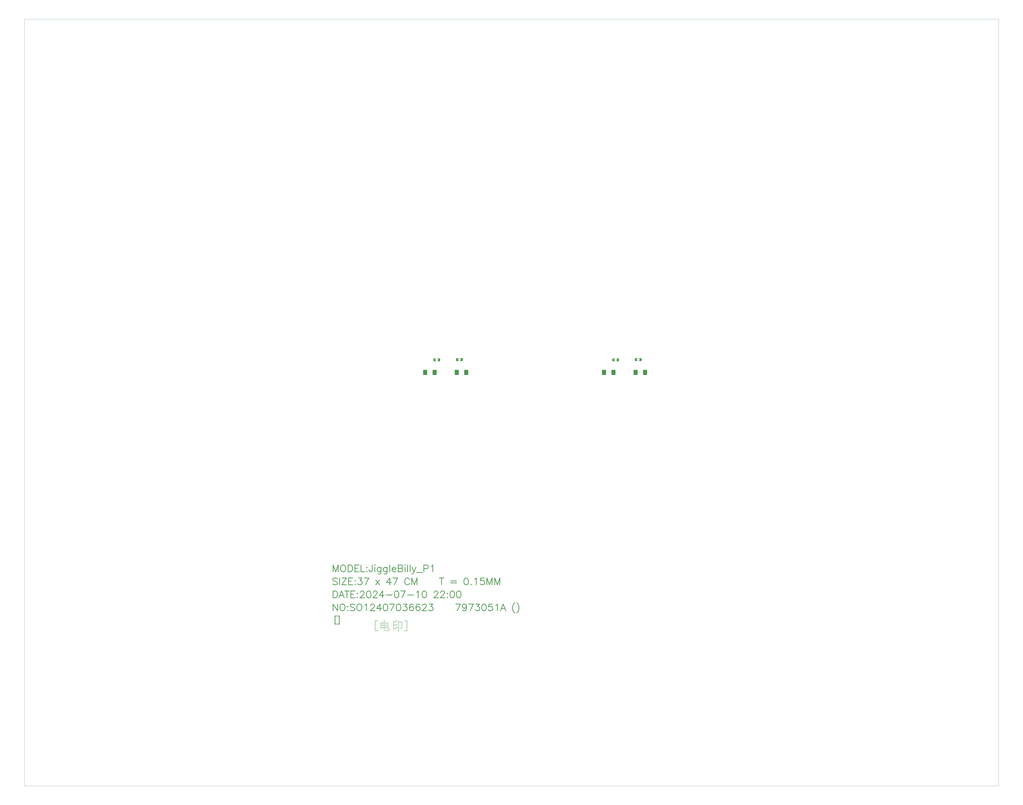
<source format=gbr>
G04 Generated by CircuitCAM Version 4.4*
%FSLAX33Y33*%
%MOMM*%
%ADD64C,0.300000*%
%ADD65C,0.000000*%
%LNSolderPasteTop*%
%LPD*%
G54D64*
X-86064Y-78459D02*
X-86064Y-81740D01*
X-86064Y-78459D02*
X-84814Y-81740D01*
X-83564Y-78459D02*
X-84814Y-81740D01*
X-83564Y-78459D02*
X-83564Y-81740D01*
X-81532Y-78459D02*
X-81845Y-78615D01*
X-82157Y-78928D01*
X-82314Y-79240D01*
X-82470Y-79709D01*
X-82470Y-80490D01*
X-82314Y-80959D01*
X-82157Y-81272D01*
X-81845Y-81584D01*
X-81532Y-81740D01*
X-80907Y-81740D01*
X-80595Y-81584D01*
X-80282Y-81272D01*
X-80126Y-80959D01*
X-79970Y-80490D01*
X-79970Y-79709D01*
X-80126Y-79240D01*
X-80282Y-78928D01*
X-80595Y-78615D01*
X-80907Y-78459D01*
X-81532Y-78459D01*
X-78876Y-78459D02*
X-78876Y-81740D01*
X-78876Y-78459D02*
X-77782Y-78459D01*
X-77314Y-78615D01*
X-77001Y-78928D01*
X-76845Y-79240D01*
X-76689Y-79709D01*
X-76689Y-80490D01*
X-76845Y-80959D01*
X-77001Y-81272D01*
X-77314Y-81584D01*
X-77782Y-81740D01*
X-78876Y-81740D01*
X-75595Y-78459D02*
X-75595Y-81740D01*
X-75595Y-78459D02*
X-73564Y-78459D01*
X-75595Y-80022D02*
X-74345Y-80022D01*
X-75595Y-81740D02*
X-73564Y-81740D01*
X-72626Y-78459D02*
X-72626Y-81740D01*
X-72626Y-81740D02*
X-70751Y-81740D01*
X-69814Y-79553D02*
X-69970Y-79709D01*
X-69814Y-79865D01*
X-69657Y-79709D01*
X-69814Y-79553D01*
X-69814Y-81428D02*
X-69970Y-81584D01*
X-69814Y-81740D01*
X-69657Y-81584D01*
X-69814Y-81428D01*
X-67157Y-78459D02*
X-67157Y-80959D01*
X-67314Y-81428D01*
X-67470Y-81584D01*
X-67782Y-81740D01*
X-68095Y-81740D01*
X-68407Y-81584D01*
X-68564Y-81428D01*
X-68720Y-80959D01*
X-68720Y-80647D01*
X-66064Y-78459D02*
X-65907Y-78615D01*
X-65751Y-78459D01*
X-65907Y-78303D01*
X-66064Y-78459D01*
X-65907Y-79553D02*
X-65907Y-81740D01*
X-62939Y-79553D02*
X-62939Y-82053D01*
X-63095Y-82522D01*
X-63251Y-82678D01*
X-63564Y-82834D01*
X-64032Y-82834D01*
X-64345Y-82678D01*
X-62939Y-80022D02*
X-63251Y-79709D01*
X-63564Y-79553D01*
X-64032Y-79553D01*
X-64345Y-79709D01*
X-64657Y-80022D01*
X-64814Y-80490D01*
X-64814Y-80803D01*
X-64657Y-81272D01*
X-64345Y-81584D01*
X-64032Y-81740D01*
X-63564Y-81740D01*
X-63251Y-81584D01*
X-62939Y-81272D01*
X-59970Y-79553D02*
X-59970Y-82053D01*
X-60126Y-82522D01*
X-60282Y-82678D01*
X-60595Y-82834D01*
X-61064Y-82834D01*
X-61376Y-82678D01*
X-59970Y-80022D02*
X-60282Y-79709D01*
X-60595Y-79553D01*
X-61064Y-79553D01*
X-61376Y-79709D01*
X-61689Y-80022D01*
X-61845Y-80490D01*
X-61845Y-80803D01*
X-61689Y-81272D01*
X-61376Y-81584D01*
X-61064Y-81740D01*
X-60595Y-81740D01*
X-60282Y-81584D01*
X-59970Y-81272D01*
X-58720Y-78459D02*
X-58720Y-81740D01*
X-57626Y-80490D02*
X-55751Y-80490D01*
X-55751Y-80178D01*
X-55907Y-79865D01*
X-56064Y-79709D01*
X-56376Y-79553D01*
X-56845Y-79553D01*
X-57157Y-79709D01*
X-57470Y-80022D01*
X-57626Y-80490D01*
X-57626Y-80803D01*
X-57470Y-81272D01*
X-57157Y-81584D01*
X-56845Y-81740D01*
X-56376Y-81740D01*
X-56064Y-81584D01*
X-55751Y-81272D01*
X-54657Y-78459D02*
X-54657Y-81740D01*
X-54657Y-78459D02*
X-53251Y-78459D01*
X-52782Y-78615D01*
X-52626Y-78772D01*
X-52470Y-79084D01*
X-52470Y-79397D01*
X-52626Y-79709D01*
X-52782Y-79865D01*
X-53251Y-80022D01*
X-54657Y-80022D02*
X-53251Y-80022D01*
X-52782Y-80178D01*
X-52626Y-80334D01*
X-52470Y-80647D01*
X-52470Y-81115D01*
X-52626Y-81428D01*
X-52782Y-81584D01*
X-53251Y-81740D01*
X-54657Y-81740D01*
X-51532Y-78459D02*
X-51376Y-78615D01*
X-51220Y-78459D01*
X-51376Y-78303D01*
X-51532Y-78459D01*
X-51376Y-79553D02*
X-51376Y-81740D01*
X-50126Y-78459D02*
X-50126Y-81740D01*
X-48876Y-78459D02*
X-48876Y-81740D01*
X-47939Y-79553D02*
X-47001Y-81740D01*
X-46064Y-79553D02*
X-47001Y-81740D01*
X-47314Y-82365D01*
X-47626Y-82678D01*
X-47939Y-82834D01*
X-48095Y-82834D01*
X-45751Y-82053D02*
X-42939Y-82053D01*
X-42314Y-78459D02*
X-42314Y-81740D01*
X-42314Y-78459D02*
X-40907Y-78459D01*
X-40439Y-78615D01*
X-40282Y-78772D01*
X-40126Y-79084D01*
X-40126Y-79553D01*
X-40282Y-79865D01*
X-40439Y-80022D01*
X-40907Y-80178D01*
X-42314Y-80178D01*
X-38720Y-79084D02*
X-38407Y-78928D01*
X-37939Y-78459D01*
X-37939Y-81740D01*
X-84032Y-85198D02*
X-84345Y-84885D01*
X-84814Y-84729D01*
X-85439Y-84729D01*
X-85907Y-84885D01*
X-86220Y-85198D01*
X-86220Y-85510D01*
X-86064Y-85823D01*
X-85907Y-85979D01*
X-85595Y-86135D01*
X-84657Y-86448D01*
X-84345Y-86604D01*
X-84189Y-86760D01*
X-84032Y-87073D01*
X-84032Y-87542D01*
X-84345Y-87854D01*
X-84814Y-88010D01*
X-85439Y-88010D01*
X-85907Y-87854D01*
X-86220Y-87542D01*
X-82939Y-84729D02*
X-82939Y-88010D01*
X-79657Y-84729D02*
X-81845Y-88010D01*
X-81845Y-84729D02*
X-79657Y-84729D01*
X-81845Y-88010D02*
X-79657Y-88010D01*
X-78564Y-84729D02*
X-78564Y-88010D01*
X-78564Y-84729D02*
X-76532Y-84729D01*
X-78564Y-86292D02*
X-77314Y-86292D01*
X-78564Y-88010D02*
X-76532Y-88010D01*
X-75439Y-85823D02*
X-75595Y-85979D01*
X-75439Y-86135D01*
X-75282Y-85979D01*
X-75439Y-85823D01*
X-75439Y-87698D02*
X-75595Y-87854D01*
X-75439Y-88010D01*
X-75282Y-87854D01*
X-75439Y-87698D01*
X-73876Y-84729D02*
X-72157Y-84729D01*
X-73095Y-85979D01*
X-72626Y-85979D01*
X-72314Y-86135D01*
X-72157Y-86292D01*
X-72001Y-86760D01*
X-72001Y-87073D01*
X-72157Y-87542D01*
X-72470Y-87854D01*
X-72939Y-88010D01*
X-73407Y-88010D01*
X-73876Y-87854D01*
X-74032Y-87698D01*
X-74189Y-87385D01*
X-68876Y-84729D02*
X-70439Y-88010D01*
X-71064Y-84729D02*
X-68876Y-84729D01*
X-65439Y-85823D02*
X-63720Y-88010D01*
X-63720Y-85823D02*
X-65439Y-88010D01*
X-58720Y-84729D02*
X-60282Y-86917D01*
X-57939Y-86917D01*
X-58720Y-84729D02*
X-58720Y-88010D01*
X-54970Y-84729D02*
X-56532Y-88010D01*
X-57157Y-84729D02*
X-54970Y-84729D01*
X-49189Y-85510D02*
X-49345Y-85198D01*
X-49657Y-84885D01*
X-49970Y-84729D01*
X-50595Y-84729D01*
X-50907Y-84885D01*
X-51220Y-85198D01*
X-51376Y-85510D01*
X-51532Y-85979D01*
X-51532Y-86760D01*
X-51376Y-87229D01*
X-51220Y-87542D01*
X-50907Y-87854D01*
X-50595Y-88010D01*
X-49970Y-88010D01*
X-49657Y-87854D01*
X-49345Y-87542D01*
X-49189Y-87229D01*
X-48095Y-84729D02*
X-48095Y-88010D01*
X-48095Y-84729D02*
X-46845Y-88010D01*
X-45595Y-84729D02*
X-46845Y-88010D01*
X-45595Y-84729D02*
X-45595Y-88010D01*
X-33720Y-84729D02*
X-33720Y-88010D01*
X-34814Y-84729D02*
X-32626Y-84729D01*
X-29345Y-86135D02*
X-26532Y-86135D01*
X-29345Y-87073D02*
X-26532Y-87073D01*
X-22001Y-84729D02*
X-22470Y-84885D01*
X-22782Y-85354D01*
X-22939Y-86135D01*
X-22939Y-86604D01*
X-22782Y-87385D01*
X-22470Y-87854D01*
X-22001Y-88010D01*
X-21689Y-88010D01*
X-21220Y-87854D01*
X-20907Y-87385D01*
X-20751Y-86604D01*
X-20751Y-86135D01*
X-20907Y-85354D01*
X-21220Y-84885D01*
X-21689Y-84729D01*
X-22001Y-84729D01*
X-19501Y-87698D02*
X-19657Y-87854D01*
X-19501Y-88010D01*
X-19345Y-87854D01*
X-19501Y-87698D01*
X-17782Y-85354D02*
X-17470Y-85198D01*
X-17001Y-84729D01*
X-17001Y-88010D01*
X-13251Y-84729D02*
X-14814Y-84729D01*
X-14970Y-86135D01*
X-14814Y-85979D01*
X-14345Y-85823D01*
X-13876Y-85823D01*
X-13407Y-85979D01*
X-13095Y-86292D01*
X-12939Y-86760D01*
X-12939Y-87073D01*
X-13095Y-87542D01*
X-13407Y-87854D01*
X-13876Y-88010D01*
X-14345Y-88010D01*
X-14814Y-87854D01*
X-14970Y-87698D01*
X-15126Y-87385D01*
X-11845Y-84729D02*
X-11845Y-88010D01*
X-11845Y-84729D02*
X-10595Y-88010D01*
X-9345Y-84729D02*
X-10595Y-88010D01*
X-9345Y-84729D02*
X-9345Y-88010D01*
X-8095Y-84729D02*
X-8095Y-88010D01*
X-8095Y-84729D02*
X-6845Y-88010D01*
X-5595Y-84729D02*
X-6845Y-88010D01*
X-5595Y-84729D02*
X-5595Y-88010D01*
X-86064Y-90999D02*
X-86064Y-94280D01*
X-86064Y-90999D02*
X-84970Y-90999D01*
X-84501Y-91155D01*
X-84189Y-91468D01*
X-84032Y-91780D01*
X-83876Y-92249D01*
X-83876Y-93030D01*
X-84032Y-93499D01*
X-84189Y-93812D01*
X-84501Y-94124D01*
X-84970Y-94280D01*
X-86064Y-94280D01*
X-82001Y-90999D02*
X-83251Y-94280D01*
X-82001Y-90999D02*
X-80751Y-94280D01*
X-82782Y-93187D02*
X-81220Y-93187D01*
X-79345Y-90999D02*
X-79345Y-94280D01*
X-80439Y-90999D02*
X-78251Y-90999D01*
X-77470Y-90999D02*
X-77470Y-94280D01*
X-77470Y-90999D02*
X-75439Y-90999D01*
X-77470Y-92562D02*
X-76220Y-92562D01*
X-77470Y-94280D02*
X-75439Y-94280D01*
X-74345Y-92093D02*
X-74501Y-92249D01*
X-74345Y-92405D01*
X-74189Y-92249D01*
X-74345Y-92093D01*
X-74345Y-93968D02*
X-74501Y-94124D01*
X-74345Y-94280D01*
X-74189Y-94124D01*
X-74345Y-93968D01*
X-72939Y-91780D02*
X-72939Y-91624D01*
X-72782Y-91312D01*
X-72626Y-91155D01*
X-72314Y-90999D01*
X-71689Y-90999D01*
X-71376Y-91155D01*
X-71220Y-91312D01*
X-71064Y-91624D01*
X-71064Y-91937D01*
X-71220Y-92249D01*
X-71532Y-92718D01*
X-73095Y-94280D01*
X-70907Y-94280D01*
X-69032Y-90999D02*
X-69501Y-91155D01*
X-69814Y-91624D01*
X-69970Y-92405D01*
X-69970Y-92874D01*
X-69814Y-93655D01*
X-69501Y-94124D01*
X-69032Y-94280D01*
X-68720Y-94280D01*
X-68251Y-94124D01*
X-67939Y-93655D01*
X-67782Y-92874D01*
X-67782Y-92405D01*
X-67939Y-91624D01*
X-68251Y-91155D01*
X-68720Y-90999D01*
X-69032Y-90999D01*
X-66689Y-91780D02*
X-66689Y-91624D01*
X-66532Y-91312D01*
X-66376Y-91155D01*
X-66064Y-90999D01*
X-65439Y-90999D01*
X-65126Y-91155D01*
X-64970Y-91312D01*
X-64814Y-91624D01*
X-64814Y-91937D01*
X-64970Y-92249D01*
X-65282Y-92718D01*
X-66845Y-94280D01*
X-64657Y-94280D01*
X-62157Y-90999D02*
X-63720Y-93187D01*
X-61376Y-93187D01*
X-62157Y-90999D02*
X-62157Y-94280D01*
X-60439Y-92874D02*
X-57626Y-92874D01*
X-55595Y-90999D02*
X-56064Y-91155D01*
X-56376Y-91624D01*
X-56532Y-92405D01*
X-56532Y-92874D01*
X-56376Y-93655D01*
X-56064Y-94124D01*
X-55595Y-94280D01*
X-55282Y-94280D01*
X-54814Y-94124D01*
X-54501Y-93655D01*
X-54345Y-92874D01*
X-54345Y-92405D01*
X-54501Y-91624D01*
X-54814Y-91155D01*
X-55282Y-90999D01*
X-55595Y-90999D01*
X-51220Y-90999D02*
X-52782Y-94280D01*
X-53407Y-90999D02*
X-51220Y-90999D01*
X-50126Y-92874D02*
X-47314Y-92874D01*
X-45751Y-91624D02*
X-45439Y-91468D01*
X-44970Y-90999D01*
X-44970Y-94280D01*
X-42157Y-90999D02*
X-42626Y-91155D01*
X-42939Y-91624D01*
X-43095Y-92405D01*
X-43095Y-92874D01*
X-42939Y-93655D01*
X-42626Y-94124D01*
X-42157Y-94280D01*
X-41845Y-94280D01*
X-41376Y-94124D01*
X-41064Y-93655D01*
X-40907Y-92874D01*
X-40907Y-92405D01*
X-41064Y-91624D01*
X-41376Y-91155D01*
X-41845Y-90999D01*
X-42157Y-90999D01*
X-37314Y-91780D02*
X-37314Y-91624D01*
X-37157Y-91312D01*
X-37001Y-91155D01*
X-36689Y-90999D01*
X-36064Y-90999D01*
X-35751Y-91155D01*
X-35595Y-91312D01*
X-35439Y-91624D01*
X-35439Y-91937D01*
X-35595Y-92249D01*
X-35907Y-92718D01*
X-37470Y-94280D01*
X-35282Y-94280D01*
X-34189Y-91780D02*
X-34189Y-91624D01*
X-34032Y-91312D01*
X-33876Y-91155D01*
X-33564Y-90999D01*
X-32939Y-90999D01*
X-32626Y-91155D01*
X-32470Y-91312D01*
X-32314Y-91624D01*
X-32314Y-91937D01*
X-32470Y-92249D01*
X-32782Y-92718D01*
X-34345Y-94280D01*
X-32157Y-94280D01*
X-30907Y-92093D02*
X-31064Y-92249D01*
X-30907Y-92405D01*
X-30751Y-92249D01*
X-30907Y-92093D01*
X-30907Y-93968D02*
X-31064Y-94124D01*
X-30907Y-94280D01*
X-30751Y-94124D01*
X-30907Y-93968D01*
X-28720Y-90999D02*
X-29189Y-91155D01*
X-29501Y-91624D01*
X-29657Y-92405D01*
X-29657Y-92874D01*
X-29501Y-93655D01*
X-29189Y-94124D01*
X-28720Y-94280D01*
X-28407Y-94280D01*
X-27939Y-94124D01*
X-27626Y-93655D01*
X-27470Y-92874D01*
X-27470Y-92405D01*
X-27626Y-91624D01*
X-27939Y-91155D01*
X-28407Y-90999D01*
X-28720Y-90999D01*
X-25595Y-90999D02*
X-26064Y-91155D01*
X-26376Y-91624D01*
X-26532Y-92405D01*
X-26532Y-92874D01*
X-26376Y-93655D01*
X-26064Y-94124D01*
X-25595Y-94280D01*
X-25282Y-94280D01*
X-24814Y-94124D01*
X-24501Y-93655D01*
X-24345Y-92874D01*
X-24345Y-92405D01*
X-24501Y-91624D01*
X-24814Y-91155D01*
X-25282Y-90999D01*
X-25595Y-90999D01*
X-86064Y-97269D02*
X-86064Y-100550D01*
X-86064Y-97269D02*
X-83876Y-100550D01*
X-83876Y-97269D02*
X-83876Y-100550D01*
X-81845Y-97269D02*
X-82157Y-97425D01*
X-82470Y-97738D01*
X-82626Y-98050D01*
X-82782Y-98519D01*
X-82782Y-99300D01*
X-82626Y-99769D01*
X-82470Y-100082D01*
X-82157Y-100394D01*
X-81845Y-100550D01*
X-81220Y-100550D01*
X-80907Y-100394D01*
X-80595Y-100082D01*
X-80439Y-99769D01*
X-80282Y-99300D01*
X-80282Y-98519D01*
X-80439Y-98050D01*
X-80595Y-97738D01*
X-80907Y-97425D01*
X-81220Y-97269D01*
X-81845Y-97269D01*
X-79032Y-98363D02*
X-79189Y-98519D01*
X-79032Y-98675D01*
X-78876Y-98519D01*
X-79032Y-98363D01*
X-79032Y-100238D02*
X-79189Y-100394D01*
X-79032Y-100550D01*
X-78876Y-100394D01*
X-79032Y-100238D01*
X-75595Y-97738D02*
X-75907Y-97425D01*
X-76376Y-97269D01*
X-77001Y-97269D01*
X-77470Y-97425D01*
X-77782Y-97738D01*
X-77782Y-98050D01*
X-77626Y-98363D01*
X-77470Y-98519D01*
X-77157Y-98675D01*
X-76220Y-98988D01*
X-75907Y-99144D01*
X-75751Y-99300D01*
X-75595Y-99613D01*
X-75595Y-100082D01*
X-75907Y-100394D01*
X-76376Y-100550D01*
X-77001Y-100550D01*
X-77470Y-100394D01*
X-77782Y-100082D01*
X-73720Y-97269D02*
X-74032Y-97425D01*
X-74345Y-97738D01*
X-74501Y-98050D01*
X-74657Y-98519D01*
X-74657Y-99300D01*
X-74501Y-99769D01*
X-74345Y-100082D01*
X-74032Y-100394D01*
X-73720Y-100550D01*
X-73095Y-100550D01*
X-72782Y-100394D01*
X-72470Y-100082D01*
X-72314Y-99769D01*
X-72157Y-99300D01*
X-72157Y-98519D01*
X-72314Y-98050D01*
X-72470Y-97738D01*
X-72782Y-97425D01*
X-73095Y-97269D01*
X-73720Y-97269D01*
X-70751Y-97894D02*
X-70439Y-97738D01*
X-69970Y-97269D01*
X-69970Y-100550D01*
X-67939Y-98050D02*
X-67939Y-97894D01*
X-67782Y-97582D01*
X-67626Y-97425D01*
X-67314Y-97269D01*
X-66689Y-97269D01*
X-66376Y-97425D01*
X-66220Y-97582D01*
X-66064Y-97894D01*
X-66064Y-98207D01*
X-66220Y-98519D01*
X-66532Y-98988D01*
X-68095Y-100550D01*
X-65907Y-100550D01*
X-63407Y-97269D02*
X-64970Y-99457D01*
X-62626Y-99457D01*
X-63407Y-97269D02*
X-63407Y-100550D01*
X-60907Y-97269D02*
X-61376Y-97425D01*
X-61689Y-97894D01*
X-61845Y-98675D01*
X-61845Y-99144D01*
X-61689Y-99925D01*
X-61376Y-100394D01*
X-60907Y-100550D01*
X-60595Y-100550D01*
X-60126Y-100394D01*
X-59814Y-99925D01*
X-59657Y-99144D01*
X-59657Y-98675D01*
X-59814Y-97894D01*
X-60126Y-97425D01*
X-60595Y-97269D01*
X-60907Y-97269D01*
X-56532Y-97269D02*
X-58095Y-100550D01*
X-58720Y-97269D02*
X-56532Y-97269D01*
X-54657Y-97269D02*
X-55126Y-97425D01*
X-55439Y-97894D01*
X-55595Y-98675D01*
X-55595Y-99144D01*
X-55439Y-99925D01*
X-55126Y-100394D01*
X-54657Y-100550D01*
X-54345Y-100550D01*
X-53876Y-100394D01*
X-53564Y-99925D01*
X-53407Y-99144D01*
X-53407Y-98675D01*
X-53564Y-97894D01*
X-53876Y-97425D01*
X-54345Y-97269D01*
X-54657Y-97269D01*
X-52157Y-97269D02*
X-50439Y-97269D01*
X-51376Y-98519D01*
X-50907Y-98519D01*
X-50595Y-98675D01*
X-50439Y-98832D01*
X-50282Y-99300D01*
X-50282Y-99613D01*
X-50439Y-100082D01*
X-50751Y-100394D01*
X-51220Y-100550D01*
X-51689Y-100550D01*
X-52157Y-100394D01*
X-52314Y-100238D01*
X-52470Y-99925D01*
X-47314Y-97738D02*
X-47470Y-97425D01*
X-47939Y-97269D01*
X-48251Y-97269D01*
X-48720Y-97425D01*
X-49032Y-97894D01*
X-49189Y-98675D01*
X-49189Y-99457D01*
X-49032Y-100082D01*
X-48720Y-100394D01*
X-48251Y-100550D01*
X-48095Y-100550D01*
X-47626Y-100394D01*
X-47314Y-100082D01*
X-47157Y-99613D01*
X-47157Y-99457D01*
X-47314Y-98988D01*
X-47626Y-98675D01*
X-48095Y-98519D01*
X-48251Y-98519D01*
X-48720Y-98675D01*
X-49032Y-98988D01*
X-49189Y-99457D01*
X-44189Y-97738D02*
X-44345Y-97425D01*
X-44814Y-97269D01*
X-45126Y-97269D01*
X-45595Y-97425D01*
X-45907Y-97894D01*
X-46064Y-98675D01*
X-46064Y-99457D01*
X-45907Y-100082D01*
X-45595Y-100394D01*
X-45126Y-100550D01*
X-44970Y-100550D01*
X-44501Y-100394D01*
X-44189Y-100082D01*
X-44032Y-99613D01*
X-44032Y-99457D01*
X-44189Y-98988D01*
X-44501Y-98675D01*
X-44970Y-98519D01*
X-45126Y-98519D01*
X-45595Y-98675D01*
X-45907Y-98988D01*
X-46064Y-99457D01*
X-42939Y-98050D02*
X-42939Y-97894D01*
X-42782Y-97582D01*
X-42626Y-97425D01*
X-42314Y-97269D01*
X-41689Y-97269D01*
X-41376Y-97425D01*
X-41220Y-97582D01*
X-41064Y-97894D01*
X-41064Y-98207D01*
X-41220Y-98519D01*
X-41532Y-98988D01*
X-43095Y-100550D01*
X-40907Y-100550D01*
X-39657Y-97269D02*
X-37939Y-97269D01*
X-38876Y-98519D01*
X-38407Y-98519D01*
X-38095Y-98675D01*
X-37939Y-98832D01*
X-37782Y-99300D01*
X-37782Y-99613D01*
X-37939Y-100082D01*
X-38251Y-100394D01*
X-38720Y-100550D01*
X-39189Y-100550D01*
X-39657Y-100394D01*
X-39814Y-100238D01*
X-39970Y-99925D01*
X-24657Y-97269D02*
X-26220Y-100550D01*
X-26845Y-97269D02*
X-24657Y-97269D01*
X-21689Y-98363D02*
X-21845Y-98832D01*
X-22157Y-99144D01*
X-22626Y-99300D01*
X-22782Y-99300D01*
X-23251Y-99144D01*
X-23564Y-98832D01*
X-23720Y-98363D01*
X-23720Y-98207D01*
X-23564Y-97738D01*
X-23251Y-97425D01*
X-22782Y-97269D01*
X-22626Y-97269D01*
X-22157Y-97425D01*
X-21845Y-97738D01*
X-21689Y-98363D01*
X-21689Y-99144D01*
X-21845Y-99925D01*
X-22157Y-100394D01*
X-22626Y-100550D01*
X-22939Y-100550D01*
X-23407Y-100394D01*
X-23564Y-100082D01*
X-18407Y-97269D02*
X-19970Y-100550D01*
X-20595Y-97269D02*
X-18407Y-97269D01*
X-17157Y-97269D02*
X-15439Y-97269D01*
X-16376Y-98519D01*
X-15907Y-98519D01*
X-15595Y-98675D01*
X-15439Y-98832D01*
X-15282Y-99300D01*
X-15282Y-99613D01*
X-15439Y-100082D01*
X-15751Y-100394D01*
X-16220Y-100550D01*
X-16689Y-100550D01*
X-17157Y-100394D01*
X-17314Y-100238D01*
X-17470Y-99925D01*
X-13407Y-97269D02*
X-13876Y-97425D01*
X-14189Y-97894D01*
X-14345Y-98675D01*
X-14345Y-99144D01*
X-14189Y-99925D01*
X-13876Y-100394D01*
X-13407Y-100550D01*
X-13095Y-100550D01*
X-12626Y-100394D01*
X-12314Y-99925D01*
X-12157Y-99144D01*
X-12157Y-98675D01*
X-12314Y-97894D01*
X-12626Y-97425D01*
X-13095Y-97269D01*
X-13407Y-97269D01*
X-9345Y-97269D02*
X-10907Y-97269D01*
X-11064Y-98675D01*
X-10907Y-98519D01*
X-10439Y-98363D01*
X-9970Y-98363D01*
X-9501Y-98519D01*
X-9189Y-98832D01*
X-9032Y-99300D01*
X-9032Y-99613D01*
X-9189Y-100082D01*
X-9501Y-100394D01*
X-9970Y-100550D01*
X-10439Y-100550D01*
X-10907Y-100394D01*
X-11064Y-100238D01*
X-11220Y-99925D01*
X-7626Y-97894D02*
X-7314Y-97738D01*
X-6845Y-97269D01*
X-6845Y-100550D01*
X-4032Y-97269D02*
X-5282Y-100550D01*
X-4032Y-97269D02*
X-2782Y-100550D01*
X-4814Y-99457D02*
X-3251Y-99457D01*
X1593Y-96644D02*
X1280Y-96957D01*
X968Y-97425D01*
X655Y-98050D01*
X499Y-98832D01*
X499Y-99457D01*
X655Y-100238D01*
X968Y-100863D01*
X1280Y-101332D01*
X1593Y-101644D01*
X2530Y-96644D02*
X2843Y-96957D01*
X3155Y-97425D01*
X3468Y-98050D01*
X3624Y-98832D01*
X3624Y-99457D01*
X3468Y-100238D01*
X3155Y-100863D01*
X2843Y-101332D01*
X2530Y-101644D01*
X-85126Y-106664D02*
X-85126Y-103383D01*
X-85126Y-103383D02*
X-85126Y-103070D01*
X-84345Y-103070D01*
X-85126Y-106664D02*
X-85126Y-106977D01*
X-84345Y-106977D01*
X-83095Y-103383D02*
X-83095Y-106664D01*
X-83095Y-103383D02*
X-83095Y-103070D01*
X-83876Y-103070D01*
X-83095Y-106664D02*
X-83095Y-106977D01*
X-83876Y-106977D01*
G54D65*
X-64529Y-105289D02*
X-64529Y-105467D01*
X-65647Y-105467D01*
X-65647Y-110039D01*
X-64529Y-110039D01*
X-64529Y-110242D01*
X-65876Y-110242D01*
X-65876Y-105289D01*
X-64529Y-105289D01*
X-61558Y-106330D02*
X-61583Y-105136D01*
X-61050Y-105390D01*
X-61227Y-105543D01*
X-61227Y-106330D01*
X-59881Y-106330D01*
X-59653Y-106102D01*
X-59322Y-106432D01*
X-59526Y-106584D01*
X-59500Y-108819D01*
X-59856Y-108972D01*
X-59856Y-108692D01*
X-61227Y-108692D01*
X-61227Y-109708D01*
X-60973Y-109962D01*
X-59424Y-109962D01*
X-59195Y-109734D01*
X-59145Y-108870D01*
X-59043Y-108870D01*
X-58967Y-109607D01*
X-58738Y-109886D01*
X-58941Y-110140D01*
X-59322Y-110216D01*
X-61075Y-110216D01*
X-61558Y-109785D01*
X-61558Y-108692D01*
X-62904Y-108692D01*
X-62904Y-109023D01*
X-63234Y-109175D01*
X-63209Y-107600D01*
X-63234Y-106127D01*
X-62878Y-106330D01*
X-61558Y-106330D01*
X-62904Y-106457D02*
X-62904Y-107422D01*
X-61558Y-107422D01*
X-61558Y-106457D01*
X-62904Y-106457D01*
X-61227Y-106457D02*
X-61227Y-107422D01*
X-59856Y-107422D01*
X-59856Y-106457D01*
X-61227Y-106457D01*
X-62904Y-107575D02*
X-62904Y-108565D01*
X-61558Y-108565D01*
X-61558Y-107575D01*
X-62904Y-107575D01*
X-61227Y-107575D02*
X-61227Y-108565D01*
X-59856Y-108565D01*
X-59856Y-107575D01*
X-61227Y-107575D01*
X-53887Y-108794D02*
X-53277Y-108845D01*
X-53099Y-108616D01*
X-53099Y-106051D01*
X-54369Y-106051D01*
X-54369Y-110242D01*
X-54700Y-110420D01*
X-54674Y-109759D01*
X-54674Y-106381D01*
X-54700Y-105695D01*
X-54395Y-105898D01*
X-53150Y-105898D01*
X-52972Y-105670D01*
X-52591Y-105949D01*
X-52769Y-106102D01*
X-52769Y-108692D01*
X-53252Y-109327D01*
X-53912Y-108896D01*
X-53887Y-108794D01*
X-57138Y-109099D02*
X-57062Y-108718D01*
X-57062Y-106229D01*
X-57087Y-105670D01*
X-56732Y-105873D01*
X-55284Y-105187D01*
X-54954Y-105594D01*
X-55716Y-105746D01*
X-56732Y-106000D01*
X-56732Y-107295D01*
X-55741Y-107295D01*
X-55462Y-107016D01*
X-55055Y-107422D01*
X-56732Y-107422D01*
X-56732Y-108972D01*
X-55030Y-108489D01*
X-55004Y-108565D01*
X-56859Y-109505D01*
X-57138Y-109099D01*
X-50356Y-110242D02*
X-51702Y-110242D01*
X-51702Y-110039D01*
X-50585Y-110039D01*
X-50585Y-105467D01*
X-51702Y-105467D01*
X-51702Y-105289D01*
X-50356Y-105289D01*
X-50356Y-110242D01*
X-235000Y185000D02*
X235000Y185000D01*
X235000Y-185000D01*
X-235000Y-185000D01*
X-235000Y185000D01*
G36*
G01X62751Y21126D02*
G75*
G03X62501Y21376I-250J0D01*
G74*
G01*
X61801Y21376D01*
G75*
G03X61551Y21126I0J-250D01*
G74*
G01*
X61551Y20909D01*
X61951Y20909D01*
X61951Y20442D01*
X61551Y20442D01*
X61551Y20226D01*
G75*
G03X61801Y19976I250J0D01*
G74*
G01*
X62501Y19976D01*
G75*
G03X62751Y20226I0J250D01*
G74*
G01*
X62751Y21126D01*
G37*
G36*
G01X60751Y21126D02*
G75*
G03X60501Y21376I-250J0D01*
G74*
G01*
X59801Y21376D01*
G75*
G03X59551Y21126I0J-250D01*
G74*
G01*
X59551Y20226D01*
G75*
G03X59801Y19976I250J0D01*
G74*
G01*
X60501Y19976D01*
G75*
G03X60751Y20226I0J250D01*
G74*
G01*
X60751Y20442D01*
X60351Y20442D01*
X60351Y20909D01*
X60751Y20909D01*
X60751Y21126D01*
G37*
G36*
G01X-23519Y21126D02*
G75*
G03X-23769Y21376I-250J0D01*
G74*
G01*
X-24469Y21376D01*
G75*
G03X-24719Y21126I0J-250D01*
G74*
G01*
X-24719Y20909D01*
X-24319Y20909D01*
X-24319Y20442D01*
X-24719Y20442D01*
X-24719Y20226D01*
G75*
G03X-24469Y19976I250J0D01*
G74*
G01*
X-23769Y19976D01*
G75*
G03X-23519Y20226I0J250D01*
G74*
G01*
X-23519Y21126D01*
G37*
G36*
G01X-25519Y21126D02*
G75*
G03X-25769Y21376I-250J0D01*
G74*
G01*
X-26469Y21376D01*
G75*
G03X-26719Y21126I0J-250D01*
G74*
G01*
X-26719Y20226D01*
G75*
G03X-26469Y19976I250J0D01*
G74*
G01*
X-25769Y19976D01*
G75*
G03X-25519Y20226I0J250D01*
G74*
G01*
X-25519Y20442D01*
X-25919Y20442D01*
X-25919Y20909D01*
X-25519Y20909D01*
X-25519Y21126D01*
G37*
G36*
G01X-34441Y20999D02*
G75*
G03X-34691Y21249I-250J0D01*
G74*
G01*
X-35391Y21249D01*
G75*
G03X-35641Y20999I0J-250D01*
G74*
G01*
X-35641Y20782D01*
X-35241Y20782D01*
X-35241Y20315D01*
X-35641Y20315D01*
X-35641Y20099D01*
G75*
G03X-35391Y19849I250J0D01*
G74*
G01*
X-34691Y19849D01*
G75*
G03X-34441Y20099I0J250D01*
G74*
G01*
X-34441Y20999D01*
G37*
G36*
G01X-36441Y20999D02*
G75*
G03X-36691Y21249I-250J0D01*
G74*
G01*
X-37391Y21249D01*
G75*
G03X-37641Y20999I0J-250D01*
G74*
G01*
X-37641Y20099D01*
G75*
G03X-37391Y19849I250J0D01*
G74*
G01*
X-36691Y19849D01*
G75*
G03X-36441Y20099I0J250D01*
G74*
G01*
X-36441Y20315D01*
X-36841Y20315D01*
X-36841Y20782D01*
X-36441Y20782D01*
X-36441Y20999D01*
G37*
G36*
G01X51829Y20999D02*
G75*
G03X51579Y21249I-250J0D01*
G74*
G01*
X50879Y21249D01*
G75*
G03X50629Y20999I0J-250D01*
G74*
G01*
X50629Y20782D01*
X51029Y20782D01*
X51029Y20315D01*
X50629Y20315D01*
X50629Y20099D01*
G75*
G03X50879Y19849I250J0D01*
G74*
G01*
X51579Y19849D01*
G75*
G03X51829Y20099I0J250D01*
G74*
G01*
X51829Y20999D01*
G37*
G36*
G01X49829Y20999D02*
G75*
G03X49579Y21249I-250J0D01*
G74*
G01*
X48879Y21249D01*
G75*
G03X48629Y20999I0J-250D01*
G74*
G01*
X48629Y20099D01*
G75*
G03X48879Y19849I250J0D01*
G74*
G01*
X49579Y19849D01*
G75*
G03X49829Y20099I0J250D01*
G74*
G01*
X49829Y20315D01*
X49429Y20315D01*
X49429Y20782D01*
X49829Y20782D01*
X49829Y20999D01*
G37*
G36*
G01X65404Y15720D02*
X63448Y15720D01*
X63448Y13256D01*
X65404Y13256D01*
X65404Y15720D01*
G37*
G36*
G01X50190Y15720D02*
X48234Y15720D01*
X48234Y13256D01*
X50190Y13256D01*
X50190Y15720D01*
G37*
G36*
G01X-20866Y15720D02*
X-22822Y15720D01*
X-22822Y13256D01*
X-20866Y13256D01*
X-20866Y15720D01*
G37*
G36*
G01X-36080Y15720D02*
X-38036Y15720D01*
X-38036Y13256D01*
X-36080Y13256D01*
X-36080Y15720D01*
G37*
G36*
G01X-40665Y15707D02*
X-42595Y15707D01*
X-42595Y13268D01*
X-40665Y13268D01*
X-40665Y15707D01*
G37*
G36*
G01X-25451Y15707D02*
X-27381Y15707D01*
X-27381Y13268D01*
X-25451Y13268D01*
X-25451Y15707D01*
G37*
G36*
G01X45605Y15707D02*
X43675Y15707D01*
X43675Y13268D01*
X45605Y13268D01*
X45605Y15707D01*
G37*
G36*
G01X60819Y15707D02*
X58889Y15707D01*
X58889Y13268D01*
X60819Y13268D01*
X60819Y15707D01*
G37*
M02*

</source>
